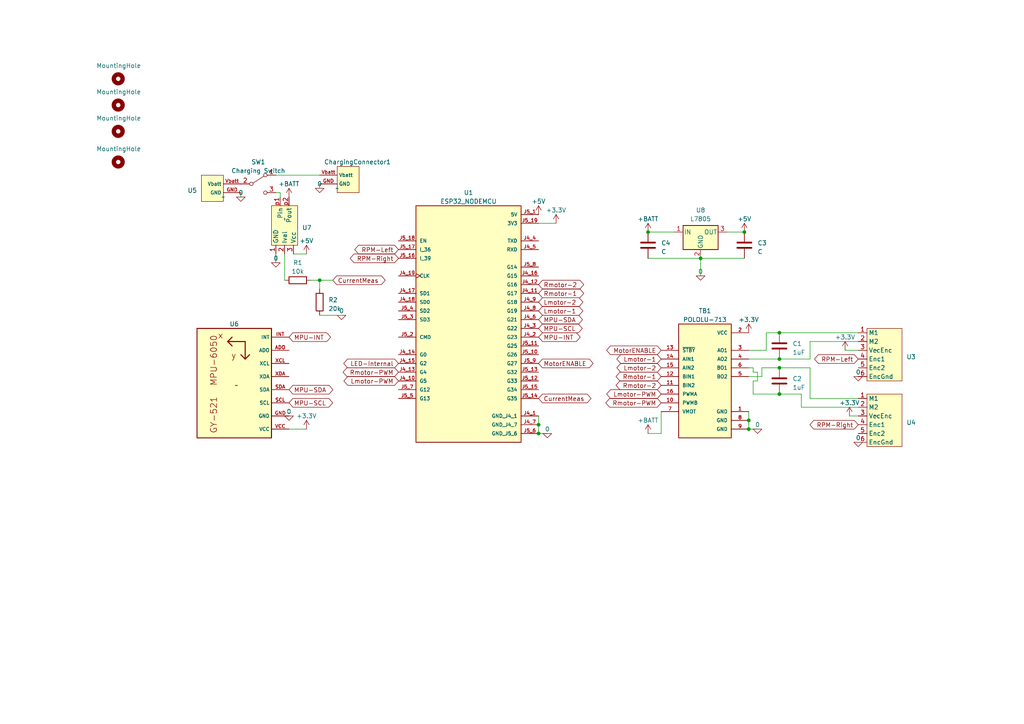
<source format=kicad_sch>
(kicad_sch (version 20230121) (generator eeschema)
  (paper "A4")
  (lib_symbols
    (symbol "0_Library:BatteryConnector"
      (property "Reference" "U" (at 0 -2.54 0))
      (symbol "BatteryConnector_1_0"
        (pin power_out line (at -5.08 -1.27 0) (length 5.08) (name "GND") (number "GND"))
        (pin power_out line (at -5.08 1.27 0) (length 5.08) (name "Vbatt") (number "Vbatt"))
      )
      (symbol "BatteryConnector_1_1"
        (rectangle (start 0 3.81) (end 6.35 -3.81) (fill (type background)))
      )
    )
    (symbol "0_Library:CurrentMeter"
      (property "Reference" "U" (at 0 5.08 0))
      (symbol "CurrentMeter_1_1"
        (rectangle (start -5.08 3.81) (end 6.35 -3.81) (fill (type background)))
        (pin power_in line (at 8.89 -2.54 180) (length 2.54) (name "GND") (number "1"))
        (pin power_in line (at 8.89 0 180) (length 2.54) (name "Ival") (number "2"))
        (pin power_in line (at 8.89 2.54 180) (length 2.54) (name "Vcc") (number "3"))
        (pin power_in line (at -7.62 -1.27 0) (length 2.54) (name "Pin") (number "p1"))
        (pin power_out line (at -7.62 1.27 0) (length 2.54) (name "Pout") (number "p2"))
      )
    )
    (symbol "0_Library:MPU-6050"
      (property "Reference" "U" (at 0 0 0))
      (symbol "MPU-6050_0_0"
        (polyline (pts (xy -2.54 -12.7) (xy -2.54 -7.62)) (stroke (width 0.3048)))
        (polyline (pts (xy -2.54 -12.7) (xy 2.54 -12.7)) (stroke (width 0.3048)))
        (polyline (pts (xy -2.54 -7.62) (xy -3.81 -8.89)) (stroke (width 0.3048)))
        (polyline (pts (xy -2.54 -7.62) (xy -1.27 -8.89)) (stroke (width 0.3048)))
        (polyline (pts (xy 2.54 -12.7) (xy 1.27 -13.97)) (stroke (width 0.3048)))
        (polyline (pts (xy 2.54 -12.7) (xy 1.27 -11.43)) (stroke (width 0.3048)))
        (text "x" (at 3.81 -13.462 0) (effects (font (size 1.778 1.778)) (justify left bottom)))
        (text "y" (at 0 -7.62 0) (effects (font (size 1.778 1.778)) (justify left bottom)))
        (pin bidirectional line (at -15.24 -10.16 0) (length 5.08) (name "ADO") (number "ADO"))
        (pin bidirectional line (at -15.24 8.89 0) (length 5.08) (name "GND") (number "GND"))
        (pin bidirectional line (at -15.24 -13.97 0) (length 5.08) (name "INT") (number "INT"))
        (pin bidirectional line (at -15.24 5.08 0) (length 5.08) (name "SCL") (number "SCL"))
        (pin bidirectional line (at -15.24 1.27 0) (length 5.08) (name "SDA") (number "SDA"))
        (pin bidirectional line (at -15.24 12.7 0) (length 5.08) (name "VCC") (number "VCC"))
        (pin bidirectional line (at -15.24 -6.35 0) (length 5.08) (name "XCL") (number "XCL"))
        (pin bidirectional line (at -15.24 -2.54 0) (length 5.08) (name "XDA") (number "XDA"))
      )
      (symbol "MPU-6050_1_0"
        (rectangle (start -10.16 15.24) (end 11.43 -16.51) (stroke (width 0.3)) (fill (type background)))
        (text "GY-521	MPU-6050\n" (at 7.62 13.97 900) (effects (font (size 1.778 1.778)) (justify right top)))
      )
    )
    (symbol "0_Library:V-TecMotorHeader"
      (property "Reference" "U" (at 3.81 -3.81 90))
      (symbol "V-TecMotorHeader_1_1"
        (rectangle (start -5.08 7.62) (end 5.08 -7.62) (fill (type background)))
        (pin input line (at -7.62 6.35 0) (length 2.54) (name "M1") (number "1"))
        (pin input line (at -7.62 3.81 0) (length 2.54) (name "M2") (number "2"))
        (pin input line (at -7.62 1.27 0) (length 2.54) (name "VccEnc") (number "3"))
        (pin output line (at -7.62 -1.27 0) (length 2.54) (name "Enc1") (number "4"))
        (pin output line (at -7.62 -3.81 0) (length 2.54) (name "Enc2") (number "5"))
        (pin output line (at -7.62 -6.35 0) (length 2.54) (name "EncGnd") (number "6"))
      )
    )
    (symbol "Device:C" (pin_numbers hide) (pin_names (offset 0.254))
      (property "Reference" "C" (at 0.635 2.54 0))
      (property "Value" "C" (at 0.635 -2.54 0))
      (symbol "C_0_1"
        (polyline (pts (xy -2.032 -0.762) (xy 2.032 -0.762)) (stroke (width 0.508)))
        (polyline (pts (xy -2.032 0.762) (xy 2.032 0.762)) (stroke (width 0.508)))
      )
      (symbol "C_1_1"
        (pin passive line (at 0 3.81 270) (length 2.794) (name "~") (number "1"))
        (pin passive line (at 0 -3.81 90) (length 2.794) (name "~") (number "2"))
      )
    )
    (symbol "Device:R" (pin_numbers hide) (pin_names (offset 0))
      (property "Reference" "R" (at 2.032 0 90))
      (property "Value" "R" (at 0 0 90))
      (symbol "R_0_1"
        (rectangle (start -1.016 -2.54) (end 1.016 2.54) (stroke (width 0.254)))
      )
      (symbol "R_1_1"
        (pin passive line (at 0 3.81 270) (length 1.27) (name "~") (number "1"))
        (pin passive line (at 0 -3.81 90) (length 1.27) (name "~") (number "2"))
      )
    )
    (symbol "ESP32_NODEMCU:ESP32_NODEMCU" (pin_names (offset 1.016))
      (property "Reference" "U" (at -15.24 36.322 0))
      (property "Value" "ESP32_NODEMCU" (at -15.24 -35.56 0))
      (symbol "ESP32_NODEMCU_0_0"
        (rectangle (start -15.24 -33.02) (end 15.24 35.56) (stroke (width 0.254)) (fill (type background)))
        (pin power_in line (at 20.32 -25.4 180) (length 5.08) (name "GND_J4_1") (number "J4_1"))
        (pin bidirectional line (at -20.32 -15.24 0) (length 5.08) (name "G5") (number "J4_10"))
        (pin bidirectional line (at 20.32 10.16 180) (length 5.08) (name "G17") (number "J4_11"))
        (pin bidirectional line (at 20.32 12.7 180) (length 5.08) (name "G16") (number "J4_12"))
        (pin bidirectional line (at -20.32 -12.7 0) (length 5.08) (name "G4") (number "J4_13"))
        (pin bidirectional line (at -20.32 -7.62 0) (length 5.08) (name "G0") (number "J4_14"))
        (pin bidirectional line (at -20.32 -10.16 0) (length 5.08) (name "G2") (number "J4_15"))
        (pin bidirectional line (at 20.32 15.24 180) (length 5.08) (name "G15") (number "J4_16"))
        (pin bidirectional line (at -20.32 10.16 0) (length 5.08) (name "SD1") (number "J4_17"))
        (pin bidirectional line (at -20.32 7.62 0) (length 5.08) (name "SD0") (number "J4_18"))
        (pin input clock (at -20.32 15.24 0) (length 5.08) (name "CLK") (number "J4_19"))
        (pin bidirectional line (at 20.32 -2.54 180) (length 5.08) (name "G23") (number "J4_2"))
        (pin bidirectional line (at 20.32 0 180) (length 5.08) (name "G22") (number "J4_3"))
        (pin output line (at 20.32 25.4 180) (length 5.08) (name "TXD") (number "J4_4"))
        (pin input line (at 20.32 22.86 180) (length 5.08) (name "RXD") (number "J4_5"))
        (pin bidirectional line (at 20.32 2.54 180) (length 5.08) (name "G21") (number "J4_6"))
        (pin power_in line (at 20.32 -27.94 180) (length 5.08) (name "GND_J4_7") (number "J4_7"))
        (pin bidirectional line (at 20.32 5.08 180) (length 5.08) (name "G19") (number "J4_8"))
        (pin bidirectional line (at 20.32 7.62 180) (length 5.08) (name "G18") (number "J4_9"))
        (pin power_in line (at 20.32 33.02 180) (length 5.08) (name "5V") (number "J5_1"))
        (pin bidirectional line (at 20.32 -7.62 180) (length 5.08) (name "G26") (number "J5_10"))
        (pin bidirectional line (at 20.32 -5.08 180) (length 5.08) (name "G25") (number "J5_11"))
        (pin bidirectional line (at 20.32 -15.24 180) (length 5.08) (name "G33") (number "J5_12"))
        (pin bidirectional line (at 20.32 -12.7 180) (length 5.08) (name "G32") (number "J5_13"))
        (pin bidirectional line (at 20.32 -20.32 180) (length 5.08) (name "G35") (number "J5_14"))
        (pin bidirectional line (at 20.32 -17.78 180) (length 5.08) (name "G34") (number "J5_15"))
        (pin input line (at -20.32 25.4 0) (length 5.08) (name "EN") (number "J5_18"))
        (pin power_in line (at 20.32 30.48 180) (length 5.08) (name "3V3") (number "J5_19"))
        (pin bidirectional line (at -20.32 -2.54 0) (length 5.08) (name "CMD") (number "J5_2"))
        (pin bidirectional line (at -20.32 2.54 0) (length 5.08) (name "SD3") (number "J5_3"))
        (pin bidirectional line (at -20.32 5.08 0) (length 5.08) (name "SD2") (number "J5_4"))
        (pin bidirectional line (at -20.32 -20.32 0) (length 5.08) (name "G13") (number "J5_5"))
        (pin power_in line (at 20.32 -30.48 180) (length 5.08) (name "GND_J5_6") (number "J5_6"))
        (pin bidirectional line (at -20.32 -17.78 0) (length 5.08) (name "G12") (number "J5_7"))
        (pin bidirectional line (at 20.32 17.78 180) (length 5.08) (name "G14") (number "J5_8"))
        (pin bidirectional line (at 20.32 -10.16 180) (length 5.08) (name "G27") (number "J5_9"))
      )
      (symbol "ESP32_NODEMCU_1_0"
        (pin input line (at -20.32 20.32 0) (length 5.08) (name "I_39") (number "J5_16"))
        (pin input line (at -20.32 22.86 0) (length 5.08) (name "I_36") (number "J5_17"))
      )
    )
    (symbol "Mechanical:MountingHole" (pin_names (offset 1.016))
      (property "Reference" "H" (at 0 5.08 0))
      (property "Value" "MountingHole" (at 0 3.175 0))
      (symbol "MountingHole_0_1"
        (circle (center 0 0) (radius 1.27) (stroke (width 1.27)))
      )
    )
    (symbol "POLOLU-713:POLOLU-713" (pin_names (offset 1.016))
      (property "Reference" "TB" (at -7.6288 15.8933 0))
      (property "Value" "POLOLU-713" (at -7.622 -20.3255 0))
      (symbol "POLOLU-713_0_0"
        (rectangle (start -7.62 15.24) (end 7.62 -17.78) (stroke (width 0.254)) (fill (type background)))
        (pin power_in line (at 12.7 -10.16 180) (length 5.08) (name "GND") (number "1"))
        (pin input line (at -12.7 -7.62 0) (length 5.08) (name "PWMB") (number "10"))
        (pin input line (at -12.7 -2.54 0) (length 5.08) (name "BIN2") (number "11"))
        (pin input line (at -12.7 0 0) (length 5.08) (name "BIN1") (number "12"))
        (pin input line (at -12.7 7.62 0) (length 5.08) (name "~{STBY}") (number "13"))
        (pin input line (at -12.7 5.08 0) (length 5.08) (name "AIN1") (number "14"))
        (pin input line (at -12.7 2.54 0) (length 5.08) (name "AIN2") (number "15"))
        (pin input line (at -12.7 -5.08 0) (length 5.08) (name "PWMA") (number "16"))
        (pin power_in line (at 12.7 12.7 180) (length 5.08) (name "VCC") (number "2"))
        (pin output line (at 12.7 7.62 180) (length 5.08) (name "AO1") (number "3"))
        (pin output line (at 12.7 5.08 180) (length 5.08) (name "AO2") (number "4"))
        (pin output line (at 12.7 0 180) (length 5.08) (name "BO2") (number "5"))
        (pin output line (at 12.7 2.54 180) (length 5.08) (name "BO1") (number "6"))
        (pin input line (at -12.7 -10.16 0) (length 5.08) (name "VMOT") (number "7"))
        (pin power_in line (at 12.7 -12.7 180) (length 5.08) (name "GND") (number "8"))
        (pin power_in line (at 12.7 -15.24 180) (length 5.08) (name "GND") (number "9"))
      )
    )
    (symbol "Regulator_Linear:L7805" (pin_names (offset 0.254))
      (property "Reference" "U" (at -3.81 3.175 0))
      (property "Value" "L7805" (at 0 3.175 0))
      (symbol "L7805_0_1"
        (rectangle (start -5.08 1.905) (end 5.08 -5.08) (stroke (width 0.254)) (fill (type background)))
      )
      (symbol "L7805_1_1"
        (pin power_in line (at -7.62 0 0) (length 2.54) (name "IN") (number "1"))
        (pin power_in line (at 0 -7.62 90) (length 2.54) (name "GND") (number "2"))
        (pin power_out line (at 7.62 0 180) (length 2.54) (name "OUT") (number "3"))
      )
    )
    (symbol "Simulation_SPICE:0" (power) (pin_names (offset 0))
      (property "Value" "0" (at 0 -1.778 0))
      (symbol "0_0_1"
        (polyline (pts (xy -1.27 0) (xy 0 -1.27) (xy 1.27 0) (xy -1.27 0)))
      )
      (symbol "0_1_1"
        (pin power_in line (at 0 0 0) (length 0) hide (name "0") (number "1"))
      )
    )
    (symbol "Switch:SW_SPDT" (pin_names (offset 0) hide)
      (property "Reference" "SW" (at 0 4.318 0))
      (property "Value" "SW_SPDT" (at 0 -5.08 0))
      (symbol "SW_SPDT_0_0"
        (circle (center -2.032 0) (radius 0.508))
        (circle (center 2.032 -2.54) (radius 0.508))
      )
      (symbol "SW_SPDT_0_1"
        (polyline (pts (xy -1.524 0.254) (xy 1.651 2.286)))
        (circle (center 2.032 2.54) (radius 0.508))
      )
      (symbol "SW_SPDT_1_1"
        (pin passive line (at 5.08 2.54 180) (length 2.54) (name "A") (number "1"))
        (pin passive line (at -5.08 0 0) (length 2.54) (name "B") (number "2"))
        (pin passive line (at 5.08 -2.54 180) (length 2.54) (name "C") (number "3"))
      )
    )
    (symbol "power:+3.3V" (power) (pin_names (offset 0))
      (property "Value" "+3.3V" (at 0 3.556 0))
      (symbol "+3.3V_0_1"
        (polyline (pts (xy -0.762 1.27) (xy 0 2.54)))
        (polyline (pts (xy 0 0) (xy 0 2.54)))
        (polyline (pts (xy 0 2.54) (xy 0.762 1.27)))
      )
      (symbol "+3.3V_1_1"
        (pin power_in line (at 0 0 90) (length 0) hide (name "+3.3V") (number "1"))
      )
    )
    (symbol "power:+5V" (power) (pin_names (offset 0))
      (property "Value" "+5V" (at 0 3.556 0))
      (symbol "+5V_0_1"
        (polyline (pts (xy -0.762 1.27) (xy 0 2.54)))
        (polyline (pts (xy 0 0) (xy 0 2.54)))
        (polyline (pts (xy 0 2.54) (xy 0.762 1.27)))
      )
      (symbol "+5V_1_1"
        (pin power_in line (at 0 0 90) (length 0) hide (name "+5V") (number "1"))
      )
    )
    (symbol "power:+BATT" (power) (pin_names (offset 0))
      (property "Value" "+BATT" (at 0 3.556 0))
      (symbol "+BATT_0_1"
        (polyline (pts (xy -0.762 1.27) (xy 0 2.54)))
        (polyline (pts (xy 0 0) (xy 0 2.54)))
        (polyline (pts (xy 0 2.54) (xy 0.762 1.27)))
      )
      (symbol "+BATT_1_1"
        (pin power_in line (at 0 0 90) (length 0) hide (name "+BATT") (number "1"))
      )
    )
  )
  (junction (at 217.17 121.92))
  (junction (at 215.9 67.31))
  (junction (at 226.06 96.52))
  (junction (at 92.71 81.28))
  (junction (at 156.21 123.19))
  (junction (at 226.06 106.68))
  (junction (at 156.21 125.73))
  (junction (at 226.06 104.14))
  (junction (at 226.06 114.3))
  (junction (at 217.17 124.46))
  (junction (at 187.96 67.31))
  (junction (at 203.2 74.93))
  (wire (pts (xy 217.17 106.68) (xy 218.44 106.68)))
  (wire (pts (xy 80.01 50.8) (xy 92.71 50.8)))
  (wire (pts (xy 85.09 73.66) (xy 88.9 73.66)))
  (wire (pts (xy 232.41 118.11) (xy 232.41 114.3)))
  (wire (pts (xy 222.25 101.6) (xy 222.25 96.52)))
  (wire (pts (xy 156.21 123.19) (xy 156.21 125.73)))
  (wire (pts (xy 219.71 107.95) (xy 219.71 110.49)))
  (wire (pts (xy 217.17 121.92) (xy 217.17 124.46)))
  (wire (pts (xy 234.95 99.06) (xy 234.95 104.14)))
  (wire (pts (xy 191.77 125.73) (xy 187.96 125.73)))
  (wire (pts (xy 191.77 119.38) (xy 191.77 125.73)))
  (wire (pts (xy 220.98 109.22) (xy 220.98 106.68)))
  (wire (pts (xy 69.85 57.15) (xy 69.85 55.88)))
  (wire (pts (xy 82.55 73.66) (xy 82.55 81.28)))
  (wire (pts (xy 81.28 55.88) (xy 81.28 57.15)))
  (wire (pts (xy 90.17 81.28) (xy 92.71 81.28)))
  (wire (pts (xy 217.17 109.22) (xy 220.98 109.22)))
  (wire (pts (xy 248.92 115.57) (xy 234.95 115.57)))
  (wire (pts (xy 92.71 81.28) (xy 96.52 81.28)))
  (wire (pts (xy 218.44 110.49) (xy 218.44 114.3)))
  (wire (pts (xy 203.2 80.01) (xy 203.2 74.93)))
  (wire (pts (xy 218.44 107.95) (xy 219.71 107.95)))
  (wire (pts (xy 218.44 114.3) (xy 226.06 114.3)))
  (wire (pts (xy 92.71 91.44) (xy 99.06 91.44)))
  (wire (pts (xy 187.96 67.31) (xy 195.58 67.31)))
  (wire (pts (xy 234.95 106.68) (xy 226.06 106.68)))
  (wire (pts (xy 218.44 106.68) (xy 218.44 107.95)))
  (wire (pts (xy 217.17 104.14) (xy 226.06 104.14)))
  (wire (pts (xy 226.06 96.52) (xy 248.92 96.52)))
  (wire (pts (xy 156.21 120.65) (xy 156.21 123.19)))
  (wire (pts (xy 226.06 114.3) (xy 232.41 114.3)))
  (wire (pts (xy 219.71 110.49) (xy 218.44 110.49)))
  (wire (pts (xy 217.17 119.38) (xy 217.17 121.92)))
  (wire (pts (xy 222.25 96.52) (xy 226.06 96.52)))
  (wire (pts (xy 220.98 106.68) (xy 226.06 106.68)))
  (wire (pts (xy 80.01 55.88) (xy 81.28 55.88)))
  (wire (pts (xy 158.75 125.73) (xy 156.21 125.73)))
  (wire (pts (xy 80.01 76.2) (xy 80.01 73.66)))
  (wire (pts (xy 248.92 118.11) (xy 232.41 118.11)))
  (wire (pts (xy 217.17 101.6) (xy 222.25 101.6)))
  (wire (pts (xy 245.11 101.6) (xy 248.92 101.6)))
  (wire (pts (xy 215.9 67.31) (xy 210.82 67.31)))
  (wire (pts (xy 219.71 124.46) (xy 217.17 124.46)))
  (wire (pts (xy 234.95 115.57) (xy 234.95 106.68)))
  (wire (pts (xy 83.82 124.46) (xy 88.9 124.46)))
  (wire (pts (xy 246.38 120.65) (xy 248.92 120.65)))
  (wire (pts (xy 234.95 104.14) (xy 226.06 104.14)))
  (wire (pts (xy 92.71 81.28) (xy 92.71 83.82)))
  (wire (pts (xy 203.2 74.93) (xy 215.9 74.93)))
  (wire (pts (xy 92.71 54.61) (xy 92.71 53.34)))
  (wire (pts (xy 187.96 74.93) (xy 203.2 74.93)))
  (wire (pts (xy 156.21 64.77) (xy 161.29 64.77)))
  (wire (pts (xy 248.92 99.06) (xy 234.95 99.06)))
  (global_label "RPM-Right" (shape bidirectional) (at 115.57 74.93 180) (property "Intersheetrefs" "${INTERSHEET_REFS}" (effects hide)))
  (global_label "Lmotor-1" (shape bidirectional) (at 156.21 90.17 0) (property "Intersheetrefs" "${INTERSHEET_REFS}" (effects hide)))
  (global_label "Lmotor-PWM" (shape bidirectional) (at 191.77 114.3 180) (property "Intersheetrefs" "${INTERSHEET_REFS}" (effects hide)))
  (global_label "MPU-SCL" (shape bidirectional) (at 83.82 116.84 0) (property "Intersheetrefs" "${INTERSHEET_REFS}" (effects hide)))
  (global_label "MotorENABLE" (shape bidirectional) (at 156.21 105.41 0) (property "Intersheetrefs" "${INTERSHEET_REFS}" (effects hide)))
  (global_label "Rmotor-2" (shape bidirectional) (at 156.21 82.55 0) (property "Intersheetrefs" "${INTERSHEET_REFS}" (effects hide)))
  (global_label "MPU-SDA" (shape bidirectional) (at 83.82 113.03 0) (property "Intersheetrefs" "${INTERSHEET_REFS}" (effects hide)))
  (global_label "RPM-Left" (shape bidirectional) (at 115.57 72.39 180) (property "Intersheetrefs" "${INTERSHEET_REFS}" (effects hide)))
  (global_label "Rmotor-1" (shape bidirectional) (at 156.21 85.09 0) (property "Intersheetrefs" "${INTERSHEET_REFS}" (effects hide)))
  (global_label "Lmotor-1" (shape bidirectional) (at 191.77 104.14 180) (property "Intersheetrefs" "${INTERSHEET_REFS}" (effects hide)))
  (global_label "MPU-SDA" (shape bidirectional) (at 156.21 92.71 0) (property "Intersheetrefs" "${INTERSHEET_REFS}" (effects hide)))
  (global_label "MPU-INT" (shape bidirectional) (at 156.21 97.79 0) (property "Intersheetrefs" "${INTERSHEET_REFS}" (effects hide)))
  (global_label "Lmotor-2" (shape bidirectional) (at 191.77 106.68 180) (property "Intersheetrefs" "${INTERSHEET_REFS}" (effects hide)))
  (global_label "RPM-Left" (shape bidirectional) (at 248.92 104.14 180) (property "Intersheetrefs" "${INTERSHEET_REFS}" (effects hide)))
  (global_label "Rmotor-1" (shape bidirectional) (at 191.77 109.22 180) (property "Intersheetrefs" "${INTERSHEET_REFS}" (effects hide)))
  (global_label "Rmotor-PWM" (shape bidirectional) (at 191.77 116.84 180) (property "Intersheetrefs" "${INTERSHEET_REFS}" (effects hide)))
  (global_label "CurrentMeas" (shape bidirectional) (at 156.21 115.57 0) (property "Intersheetrefs" "${INTERSHEET_REFS}" (effects hide)))
  (global_label "Lmotor-2" (shape bidirectional) (at 156.21 87.63 0) (property "Intersheetrefs" "${INTERSHEET_REFS}" (effects hide)))
  (global_label "Lmotor-PWM" (shape bidirectional) (at 115.57 110.49 180) (property "Intersheetrefs" "${INTERSHEET_REFS}" (effects hide)))
  (global_label "Rmotor-2" (shape bidirectional) (at 191.77 111.76 180) (property "Intersheetrefs" "${INTERSHEET_REFS}" (effects hide)))
  (global_label "LED-Internal" (shape bidirectional) (at 115.57 105.41 180) (property "Intersheetrefs" "${INTERSHEET_REFS}" (effects hide)))
  (global_label "MPU-INT" (shape bidirectional) (at 83.82 97.79 0) (property "Intersheetrefs" "${INTERSHEET_REFS}" (effects hide)))
  (global_label "Rmotor-PWM" (shape bidirectional) (at 115.57 107.95 180) (property "Intersheetrefs" "${INTERSHEET_REFS}" (effects hide)))
  (global_label "MotorENABLE" (shape bidirectional) (at 191.77 101.6 180) (property "Intersheetrefs" "${INTERSHEET_REFS}" (effects hide)))
  (global_label "MPU-SCL" (shape bidirectional) (at 156.21 95.25 0) (property "Intersheetrefs" "${INTERSHEET_REFS}" (effects hide)))
  (global_label "CurrentMeas" (shape bidirectional) (at 96.52 81.28 0) (property "Intersheetrefs" "${INTERSHEET_REFS}" (effects hide)))
  (global_label "RPM-Right" (shape bidirectional) (at 248.92 123.19 180) (property "Intersheetrefs" "${INTERSHEET_REFS}" (effects hide)))
  (symbol (lib_id "power:+BATT") (at 187.96 125.73 0) (unit 1)
    (property "Reference" "#PWR05" (effects hide))
    (property "Value" "+BATT" (at 187.96 121.92 0))
  )
  (symbol (lib_id "0_Library:V-TecMotorHeader") (at 256.54 121.92 0) (unit 1)
    (property "Reference" "U4" (at 262.89 122.555 0) (effects (justify left)))
    (property "Value" "~" (at 254 120.65 0))
    (property "Footprint" "0_Footprints:V-TecMotorHeader" (effects hide))
  )
  (symbol (lib_id "Simulation_SPICE:0") (at 203.2 80.01 0) (unit 1)
    (property "Reference" "#GND06" (effects hide))
    (property "Value" "0" (at 203.2 78.74 0))
  )
  (symbol (lib_id "power:+3.3V") (at 246.38 120.65 0) (unit 1)
    (property "Reference" "#PWR08" (effects hide))
    (property "Value" "+3.3V" (at 246.38 116.84 0))
  )
  (symbol (lib_id "ESP32_NODEMCU:ESP32_NODEMCU") (at 135.89 95.25 0) (unit 1)
    (property "Reference" "U1" (at 135.89 55.88 0))
    (property "Value" "ESP32_NODEMCU" (at 135.89 58.42 0))
    (property "Footprint" "MODULE_ESP32_NODEMCU" (effects hide))
    (property "STANDARD" "Manufacturer Recommendations" (effects hide))
    (property "MANUFACTURER" "Espressif" (effects hide))
    (property "MAXIMUM_PACKAGE_HEIGHT" "6.6 mm" (effects hide))
  )
  (symbol (lib_id "Simulation_SPICE:0") (at 92.71 54.61 0) (unit 1)
    (property "Reference" "#GND010" (effects hide))
    (property "Value" "0" (at 92.71 53.34 0))
  )
  (symbol (lib_id "Regulator_Linear:L7805") (at 203.2 67.31 0) (unit 1)
    (property "Reference" "U8" (at 203.2 60.96 0))
    (property "Value" "L7805" (at 203.2 63.5 0))
    (property "Footprint" "Package_TO_SOT_THT:TO-220-3_Horizontal_TabDown" (effects hide))
    (property "Datasheet" "http://www.st.com/content/ccc/resource/technical/document/datasheet/41/4f/b3/b0/12/d4/47/88/CD00000444.pdf/files/CD00000444.pdf/jcr:content/translations/en.CD00000444.pdf" (effects hide))
  )
  (symbol (lib_id "Device:C") (at 215.9 71.12 0) (unit 1)
    (property "Reference" "C3" (at 219.71 70.485 0) (effects (justify left)))
    (property "Value" "C" (at 219.71 73.025 0) (effects (justify left)))
    (property "Footprint" "Capacitor_THT:CP_Radial_D6.3mm_P2.50mm" (effects hide))
  )
  (symbol (lib_id "Device:C") (at 226.06 110.49 0) (unit 1)
    (property "Reference" "C2" (at 229.87 109.855 0) (effects (justify left)))
    (property "Value" "1uF" (at 229.87 112.395 0) (effects (justify left)))
    (property "Footprint" "Capacitor_THT:C_Disc_D6.0mm_W4.4mm_P5.00mm" (effects hide))
  )
  (symbol (lib_id "POLOLU-713:POLOLU-713") (at 204.47 109.22 0) (unit 1)
    (property "Reference" "TB1" (at 204.47 90.17 0))
    (property "Value" "POLOLU-713" (at 204.47 92.71 0))
    (property "Footprint" "SHIELD_POLOLU-713" (effects hide))
    (property "STANDARD" "Manufacturer recommendations" (effects hide))
    (property "MANUFACTURER" "POLOLU" (effects hide))
  )
  (symbol (lib_id "Mechanical:MountingHole") (at 34.29 22.86 0) (unit 1)
    (property "Reference" "H1" (effects hide))
    (property "Value" "MountingHole" (at 27.94 19.05 0) (effects (justify left)))
    (property "Footprint" "MountingHole:MountingHole_3.2mm_M3_DIN965_Pad_TopBottom" (effects hide))
  )
  (symbol (lib_id "0_Library:V-TecMotorHeader") (at 256.54 102.87 0) (unit 1)
    (property "Reference" "U3" (at 262.89 103.505 0) (effects (justify left)))
    (property "Value" "~" (at 254 101.6 0))
    (property "Footprint" "0_Footprints:V-TecMotorHeader" (effects hide))
  )
  (symbol (lib_id "Simulation_SPICE:0") (at 219.71 124.46 0) (unit 1)
    (property "Reference" "#GND05" (effects hide))
    (property "Value" "0" (at 219.71 123.19 0))
  )
  (symbol (lib_id "power:+3.3V") (at 217.17 96.52 0) (unit 1)
    (property "Reference" "#PWR06" (effects hide))
    (property "Value" "+3.3V" (at 217.17 92.71 0))
  )
  (symbol (lib_id "Simulation_SPICE:0") (at 80.01 76.2 0) (unit 1)
    (property "Reference" "#GND08" (effects hide))
    (property "Value" "0" (at 80.01 74.93 0))
  )
  (symbol (lib_id "power:+3.3V") (at 88.9 124.46 0) (unit 1)
    (property "Reference" "#PWR03" (effects hide))
    (property "Value" "+3.3V" (at 88.9 120.65 0))
  )
  (symbol (lib_id "0_Library:MPU-6050") (at 68.58 111.76 180) (unit 1)
    (property "Reference" "U6" (at 67.945 93.98 0))
    (property "Value" "~" (at 68.58 111.76 0))
    (property "Footprint" "0_Footprints:MPU-6050-External" (effects hide))
  )
  (symbol (lib_id "Device:C") (at 226.06 100.33 0) (unit 1)
    (property "Reference" "C1" (at 229.87 99.695 0) (effects (justify left)))
    (property "Value" "1uF" (at 229.87 102.235 0) (effects (justify left)))
    (property "Footprint" "Capacitor_THT:C_Disc_D6.0mm_W4.4mm_P5.00mm" (effects hide))
  )
  (symbol (lib_id "Mechanical:MountingHole") (at 34.29 38.1 0) (unit 1)
    (property "Reference" "H3" (effects hide))
    (property "Value" "MountingHole" (at 27.94 34.29 0) (effects (justify left)))
    (property "Footprint" "MountingHole:MountingHole_3.2mm_M3_DIN965_Pad_TopBottom" (effects hide))
  )
  (symbol (lib_id "Mechanical:MountingHole") (at 34.29 46.99 0) (unit 1)
    (property "Reference" "H4" (effects hide))
    (property "Value" "MountingHole" (at 27.94 43.18 0) (effects (justify left)))
    (property "Footprint" "MountingHole:MountingHole_3.2mm_M3_DIN965_Pad_TopBottom" (effects hide))
  )
  (symbol (lib_id "Device:R") (at 92.71 87.63 0) (unit 1)
    (property "Reference" "R2" (at 95.25 86.995 0) (effects (justify left)))
    (property "Value" "20k" (at 95.25 89.535 0) (effects (justify left)))
    (property "Footprint" "Resistor_THT:R_Axial_DIN0207_L6.3mm_D2.5mm_P7.62mm_Horizontal" (effects hide))
  )
  (symbol (lib_id "power:+5V") (at 215.9 67.31 0) (unit 1)
    (property "Reference" "#PWR011" (effects hide))
    (property "Value" "+5V" (at 215.9 63.5 0))
  )
  (symbol (lib_id "power:+3.3V") (at 161.29 64.77 0) (unit 1)
    (property "Reference" "#PWR01" (effects hide))
    (property "Value" "+3.3V" (at 161.29 60.96 0))
  )
  (symbol (lib_id "Device:R") (at 86.36 81.28 270) (unit 1)
    (property "Reference" "R1" (at 86.36 76.2 90))
    (property "Value" "10k" (at 86.36 78.74 90))
    (property "Footprint" "Resistor_THT:R_Axial_DIN0207_L6.3mm_D2.5mm_P7.62mm_Horizontal" (effects hide))
  )
  (symbol (lib_id "Simulation_SPICE:0") (at 248.92 128.27 0) (unit 1)
    (property "Reference" "#GND03" (effects hide))
    (property "Value" "0" (at 248.92 127 0))
  )
  (symbol (lib_id "power:+5V") (at 156.21 62.23 0) (unit 1)
    (property "Reference" "#PWR02" (effects hide))
    (property "Value" "+5V" (at 156.21 58.42 0))
  )
  (symbol (lib_id "power:+5V") (at 88.9 73.66 0) (unit 1)
    (property "Reference" "#PWR010" (effects hide))
    (property "Value" "+5V" (at 88.9 69.85 0))
  )
  (symbol (lib_id "Simulation_SPICE:0") (at 248.92 109.22 0) (unit 1)
    (property "Reference" "#GND04" (effects hide))
    (property "Value" "0" (at 248.92 107.95 0))
  )
  (symbol (lib_id "Switch:SW_SPDT") (at 74.93 53.34 0) (unit 1)
    (property "Reference" "SW1" (at 74.93 46.99 0))
    (property "Value" "Charging Switch" (at 74.93 49.53 0))
    (property "Footprint" "Connector_Phoenix_MSTB:PhoenixContact_MSTBA_2,5_3-G-5,08_1x03_P5.08mm_Horizontal" (effects hide))
  )
  (symbol (lib_id "power:+BATT") (at 187.96 67.31 0) (unit 1)
    (property "Reference" "#PWR09" (effects hide))
    (property "Value" "+BATT" (at 187.96 63.5 0))
  )
  (symbol (lib_id "Simulation_SPICE:0") (at 158.75 125.73 0) (unit 1)
    (property "Reference" "#GND02" (effects hide))
    (property "Value" "0" (at 158.75 124.46 0))
  )
  (symbol (lib_id "0_Library:BatteryConnector") (at 97.79 52.07 0) (unit 1)
    (property "Reference" "ChargingConnector1" (at 93.98 46.99 0) (effects (justify left)))
    (property "Value" "~" (at 97.79 54.61 0))
    (property "Footprint" "0_Footprints:ChargingConnector" (effects hide))
  )
  (symbol (lib_id "power:+BATT") (at 83.82 57.15 0) (unit 1)
    (property "Reference" "#PWR012" (effects hide))
    (property "Value" "+BATT" (at 83.82 53.34 0))
  )
  (symbol (lib_id "0_Library:CurrentMeter") (at 82.55 64.77 270) (unit 1)
    (property "Reference" "U7" (at 87.63 66.04 90) (effects (justify left)))
    (property "Value" "~" (at 82.55 63.5 0))
    (property "Footprint" "0_Footprints:CurrentMeter" (effects hide))
  )
  (symbol (lib_id "Mechanical:MountingHole") (at 34.29 30.48 0) (unit 1)
    (property "Reference" "H2" (effects hide))
    (property "Value" "MountingHole" (at 27.94 26.67 0) (effects (justify left)))
    (property "Footprint" "MountingHole:MountingHole_3.2mm_M3_DIN965_Pad_TopBottom" (effects hide))
  )
  (symbol (lib_id "Device:C") (at 187.96 71.12 0) (unit 1)
    (property "Reference" "C4" (at 191.77 70.485 0) (effects (justify left)))
    (property "Value" "C" (at 191.77 73.025 0) (effects (justify left)))
    (property "Footprint" "Capacitor_THT:CP_Radial_D6.3mm_P2.50mm" (effects hide))
  )
  (symbol (lib_id "0_Library:BatteryConnector") (at 64.77 54.61 0) (mirror y) (unit 1)
    (property "Reference" "U5" (at 57.15 55.245 0) (effects (justify left)))
    (property "Value" "~" (at 64.77 57.15 0))
    (property "Footprint" "0_Footprints:BatteryConnector" (effects hide))
  )
  (symbol (lib_id "Simulation_SPICE:0") (at 83.82 120.65 0) (unit 1)
    (property "Reference" "#GND01" (effects hide))
    (property "Value" "0" (at 83.82 119.38 0))
  )
  (symbol (lib_id "Simulation_SPICE:0") (at 69.85 57.15 0) (unit 1)
    (property "Reference" "#GND07" (effects hide))
    (property "Value" "0" (at 69.85 55.88 0))
  )
  (symbol (lib_id "power:+3.3V") (at 245.11 101.6 0) (unit 1)
    (property "Reference" "#PWR07" (effects hide))
    (property "Value" "+3.3V" (at 245.11 97.79 0))
  )
  (symbol (lib_id "Simulation_SPICE:0") (at 99.06 91.44 0) (unit 1)
    (property "Reference" "#GND09" (effects hide))
    (property "Value" "0" (at 99.06 90.17 0))
  )
)
</source>
